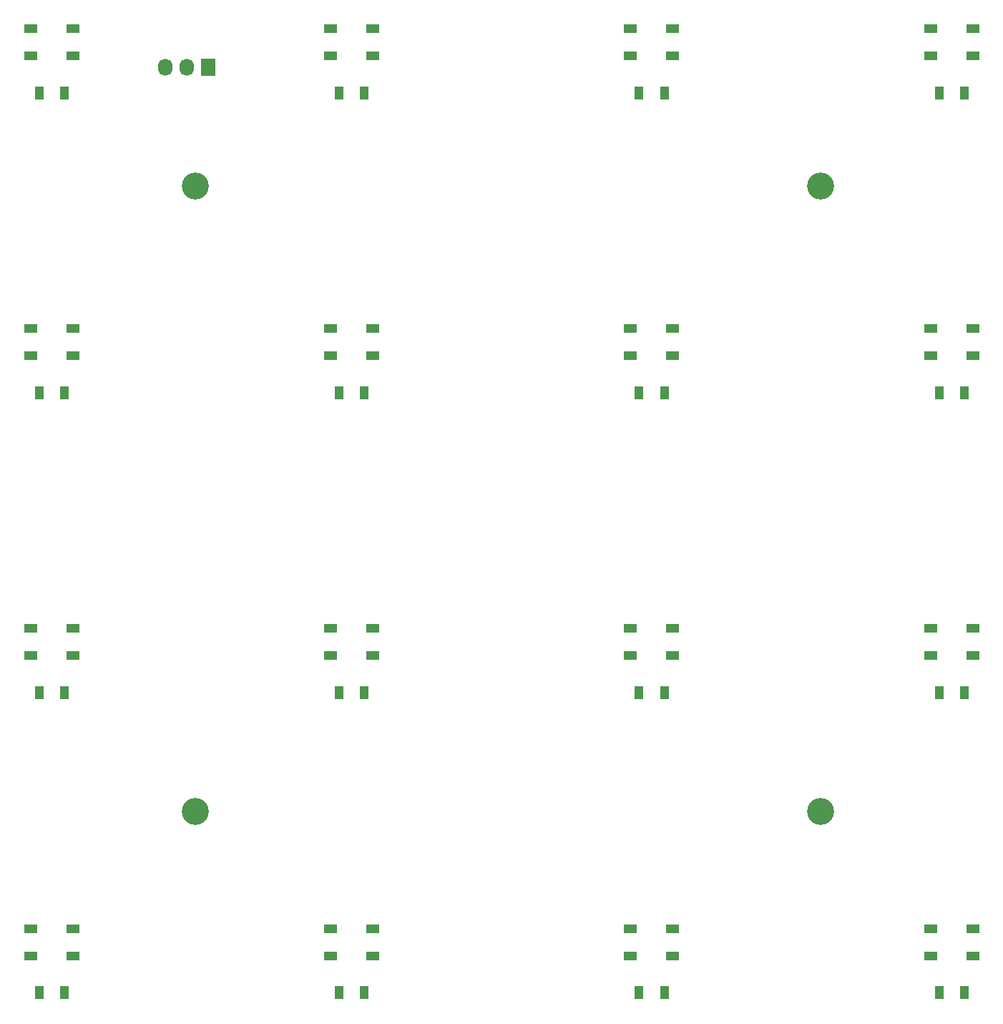
<source format=gbr>
G04 #@! TF.FileFunction,Soldermask,Top*
%FSLAX46Y46*%
G04 Gerber Fmt 4.6, Leading zero omitted, Abs format (unit mm)*
G04 Created by KiCad (PCBNEW 4.0.4+e1-6308~48~ubuntu16.04.1-stable) date Fri Jan  6 21:37:19 2017*
%MOMM*%
%LPD*%
G01*
G04 APERTURE LIST*
%ADD10C,0.100000*%
%ADD11R,1.727200X2.032000*%
%ADD12O,1.727200X2.032000*%
%ADD13C,3.200000*%
%ADD14R,1.000000X1.600000*%
%ADD15R,1.600000X1.000000*%
G04 APERTURE END LIST*
D10*
D11*
X109040000Y-43500000D03*
D12*
X106500000Y-43500000D03*
X103960000Y-43500000D03*
D13*
X107500000Y-131500000D03*
X181500000Y-131500000D03*
X181500000Y-57500000D03*
D14*
X89000000Y-46500000D03*
X92000000Y-46500000D03*
X124500000Y-46500000D03*
X127500000Y-46500000D03*
X160000000Y-46500000D03*
X163000000Y-46500000D03*
X195500000Y-46500000D03*
X198500000Y-46500000D03*
X89000000Y-82000000D03*
X92000000Y-82000000D03*
X124500000Y-82000000D03*
X127500000Y-82000000D03*
X160000000Y-82000000D03*
X163000000Y-82000000D03*
X195500000Y-82000000D03*
X198500000Y-82000000D03*
X89000000Y-117500000D03*
X92000000Y-117500000D03*
X124500000Y-117500000D03*
X127500000Y-117500000D03*
X160000000Y-117500000D03*
X163000000Y-117500000D03*
X195500000Y-117500000D03*
X198500000Y-117500000D03*
X89000000Y-153000000D03*
X92000000Y-153000000D03*
X124500000Y-153000000D03*
X127500000Y-153000000D03*
X160000000Y-153000000D03*
X163000000Y-153000000D03*
X195500000Y-153000000D03*
X198500000Y-153000000D03*
D15*
X88000000Y-38900000D03*
X88000000Y-42100000D03*
X93000000Y-38900000D03*
X93000000Y-42100000D03*
X123500000Y-38900000D03*
X123500000Y-42100000D03*
X128500000Y-38900000D03*
X128500000Y-42100000D03*
X159000000Y-38900000D03*
X159000000Y-42100000D03*
X164000000Y-38900000D03*
X164000000Y-42100000D03*
X194500000Y-38900000D03*
X194500000Y-42100000D03*
X199500000Y-38900000D03*
X199500000Y-42100000D03*
X88000000Y-74400000D03*
X88000000Y-77600000D03*
X93000000Y-74400000D03*
X93000000Y-77600000D03*
X123500000Y-74400000D03*
X123500000Y-77600000D03*
X128500000Y-74400000D03*
X128500000Y-77600000D03*
X159000000Y-74400000D03*
X159000000Y-77600000D03*
X164000000Y-74400000D03*
X164000000Y-77600000D03*
X194500000Y-74400000D03*
X194500000Y-77600000D03*
X199500000Y-74400000D03*
X199500000Y-77600000D03*
X88000000Y-109900000D03*
X88000000Y-113100000D03*
X93000000Y-109900000D03*
X93000000Y-113100000D03*
X123500000Y-109900000D03*
X123500000Y-113100000D03*
X128500000Y-109900000D03*
X128500000Y-113100000D03*
X159000000Y-109900000D03*
X159000000Y-113100000D03*
X164000000Y-109900000D03*
X164000000Y-113100000D03*
X194500000Y-109900000D03*
X194500000Y-113100000D03*
X199500000Y-109900000D03*
X199500000Y-113100000D03*
X88000000Y-145400000D03*
X88000000Y-148600000D03*
X93000000Y-145400000D03*
X93000000Y-148600000D03*
X123500000Y-145400000D03*
X123500000Y-148600000D03*
X128500000Y-145400000D03*
X128500000Y-148600000D03*
X159000000Y-145400000D03*
X159000000Y-148600000D03*
X164000000Y-145400000D03*
X164000000Y-148600000D03*
X194500000Y-145400000D03*
X194500000Y-148600000D03*
X199500000Y-145400000D03*
X199500000Y-148600000D03*
D13*
X107500000Y-57500000D03*
M02*

</source>
